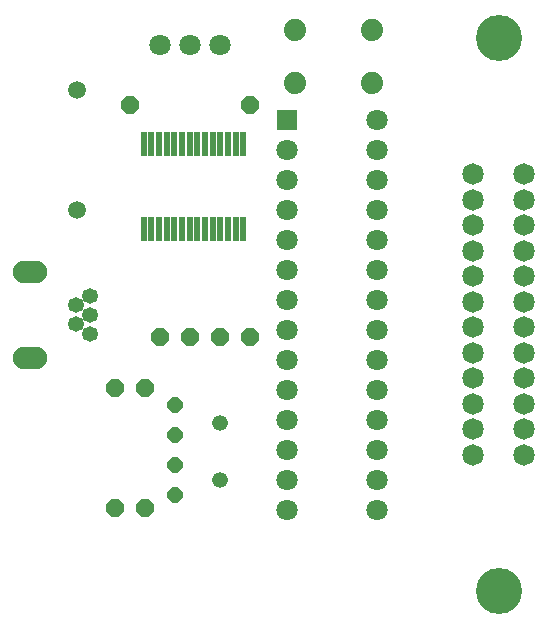
<source format=gts>
G04 DipTrace 3.3.1.0*
G04 GPIB-USBAR488v1.012Mar2019.GTS*
%MOIN*%
G04 #@! TF.FileFunction,Soldermask,Top*
G04 #@! TF.Part,Single*
%AMOUTLINE0*
4,1,8,
0.010709,0.025866,
0.025866,0.010709,
0.025866,-0.010709,
0.010709,-0.025866,
-0.010709,-0.025866,
-0.025866,-0.010709,
-0.025866,0.010709,
-0.010709,0.025866,
0.010709,0.025866,
0*%
%AMOUTLINE1*
4,1,8,
-0.010709,-0.025866,
-0.025866,-0.010709,
-0.025866,0.010709,
-0.010709,0.025866,
0.010709,0.025866,
0.025866,0.010709,
0.025866,-0.010709,
0.010709,-0.025866,
-0.010709,-0.025866,
0*%
%AMOUTLINE2*
4,1,8,
0.012629,-0.030487,
-0.012629,-0.030487,
-0.030487,-0.012629,
-0.030487,0.012629,
-0.012629,0.030487,
0.012629,0.030487,
0.030487,0.012629,
0.030487,-0.012629,
0.012629,-0.030487,
0*%
%AMOUTLINE3*
4,1,8,
0.030487,0.012629,
0.030487,-0.012629,
0.012629,-0.030487,
-0.012629,-0.030487,
-0.030487,-0.012629,
-0.030487,0.012629,
-0.012629,0.030487,
0.012629,0.030487,
0.030487,0.012629,
0*%
%AMOUTLINE4*
4,1,8,
0.030486,-0.012625,
0.012625,-0.030486,
-0.012625,-0.030486,
-0.030486,-0.012625,
-0.030486,0.012625,
-0.012625,0.030486,
0.012625,0.030486,
0.030486,0.012625,
0.030486,-0.012625,
0*%
%AMOUTLINE5*
4,1,8,
-0.030486,0.012625,
-0.012625,0.030486,
0.012625,0.030486,
0.030486,0.012625,
0.030486,-0.012625,
0.012625,-0.030486,
-0.012625,-0.030486,
-0.030486,-0.012625,
-0.030486,0.012625,
0*%
%ADD27C,0.059055*%
%ADD29C,0.074*%
%ADD37C,0.05216*%
%ADD40C,0.153543*%
%ADD51R,0.02378X0.078898*%
%ADD53C,0.071024*%
%ADD55R,0.071024X0.071024*%
%ADD57C,0.071024*%
%ADD63O,0.114331X0.074961*%
%ADD65O,0.055276X0.051339*%
%ADD67C,0.071811*%
%ADD76OUTLINE0*%
%ADD77OUTLINE1*%
%ADD78OUTLINE2*%
%ADD79OUTLINE3*%
%ADD80OUTLINE4*%
%ADD81OUTLINE5*%
%FSLAX26Y26*%
G04*
G70*
G90*
G75*
G01*
G04 TopMask*
%LPD*%
D76*
X1026693Y1076693D3*
Y1176693D3*
D77*
Y976693D3*
Y876693D3*
D67*
X2191071Y1008976D3*
Y1094016D3*
Y1179055D3*
Y1264094D3*
Y1349134D3*
Y1434173D3*
Y1519213D3*
Y1604252D3*
Y1689291D3*
Y1774331D3*
Y1859370D3*
Y1944409D3*
X2022173D3*
Y1859370D3*
Y1774331D3*
Y1689291D3*
Y1604252D3*
Y1519213D3*
Y1434173D3*
Y1349134D3*
Y1264094D3*
Y1179055D3*
Y1094016D3*
Y1008976D3*
D40*
X2106622Y555433D3*
Y2397953D3*
D65*
X743346Y1539685D3*
X696102Y1508189D3*
X743346Y1476693D3*
X696102Y1445197D3*
X743346Y1413701D3*
D63*
X544528Y1620394D3*
Y1332992D3*
D27*
X701693Y1826693D3*
Y2226693D3*
D78*
X876693Y2176693D3*
X1276693D3*
D79*
X926693Y833226D3*
Y1233226D3*
X826693Y833226D3*
Y1233226D3*
D29*
X1426693Y2426693D3*
X1682693D3*
X1426693Y2248693D3*
X1682693D3*
D80*
X976693Y1401694D3*
X1076693D3*
D57*
X1176693Y2376693D3*
X1076693D3*
X976693D3*
D81*
X1276693Y1401692D3*
X1176693D3*
D55*
X1401693Y2126693D3*
D53*
Y2026693D3*
Y1926693D3*
Y1826693D3*
Y1726693D3*
Y1626693D3*
Y1526693D3*
Y1426693D3*
Y1326693D3*
Y1226693D3*
Y1126693D3*
Y1026693D3*
Y926693D3*
Y826693D3*
X1701693D3*
Y926693D3*
Y1026693D3*
Y1126693D3*
Y1226693D3*
Y1326693D3*
Y1426693D3*
Y1526693D3*
Y1626693D3*
Y1726693D3*
Y1826693D3*
Y1926693D3*
Y2026693D3*
Y2126693D3*
D51*
X1255114Y2047054D3*
X1229524D3*
X1203933D3*
X1178343D3*
X1152752D3*
X1127161D3*
X1101571D3*
X1075980D3*
X1050390D3*
X1024799D3*
X999209D3*
X973618D3*
X948028D3*
X922437D3*
Y1763581D3*
X948028Y1763589D3*
X973618D3*
X999209D3*
X1024799D3*
X1050390D3*
X1075980D3*
X1101571D3*
X1127161D3*
X1152752D3*
X1178343D3*
X1203933D3*
X1229524D3*
X1255114D3*
D37*
X1176693Y926693D3*
Y1116693D3*
M02*

</source>
